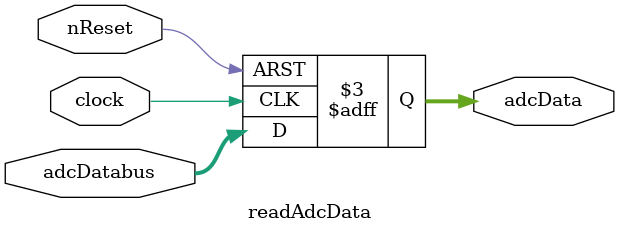
<source format=v>
/************************************************************************
	
	readAdcData.v
	Read ADC data module
	
	DomesdayDuplicator - LaserDisc RF sampler
	Copyright (C) 2017 Simon Inns
	
	This file is part of Domesday Duplicator.
	
	Domesday Duplicator is free software: you can redistribute it and/or
	modify it under the terms of the GNU General Public License as
	published by the Free Software Foundation, either version 3 of the
	License, or (at your option) any later version.
	
	This program is distributed in the hope that it will be useful,
	but WITHOUT ANY WARRANTY; without even the implied warranty of
	MERCHANTABILITY or FITNESS FOR A PARTICULAR PURPOSE.  See the
	GNU General Public License for more details.
	
	You should have received a copy of the GNU General Public License
	along with this program.  If not, see <http://www.gnu.org/licenses/>.
	Email: simon.inns@gmail.com
	
************************************************************************/

module readAdcData(
	input clock,
	input nReset,
	input [9:0] adcDatabus,
	
	output reg [9:0] adcData
);

reg [9:0] adcUintValue;

// ADC data is valid on the negative edge of the clock
always @ (negedge clock, negedge nReset) begin
	if (!nReset) begin
		adcData <= 10'd0;
	end else begin
		// Read the ADC value
		adcData <= adcDatabus;	
	end
end

endmodule
</source>
